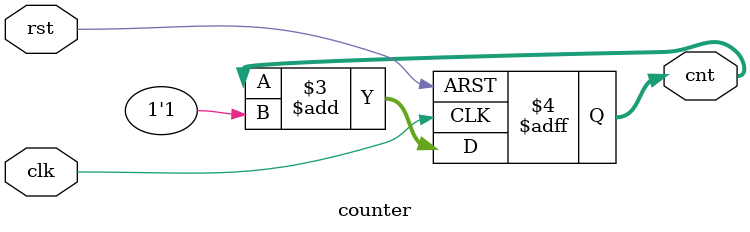
<source format=v>
`timescale 1ns / 1ps
module counter(
    input clk,
    input rst,
    output reg [7:0] cnt
    );
	always@(posedge clk,negedge rst) begin
		if(!rst)
		cnt<=0;
		else
		cnt<=cnt+1'b1;
	end

endmodule

</source>
